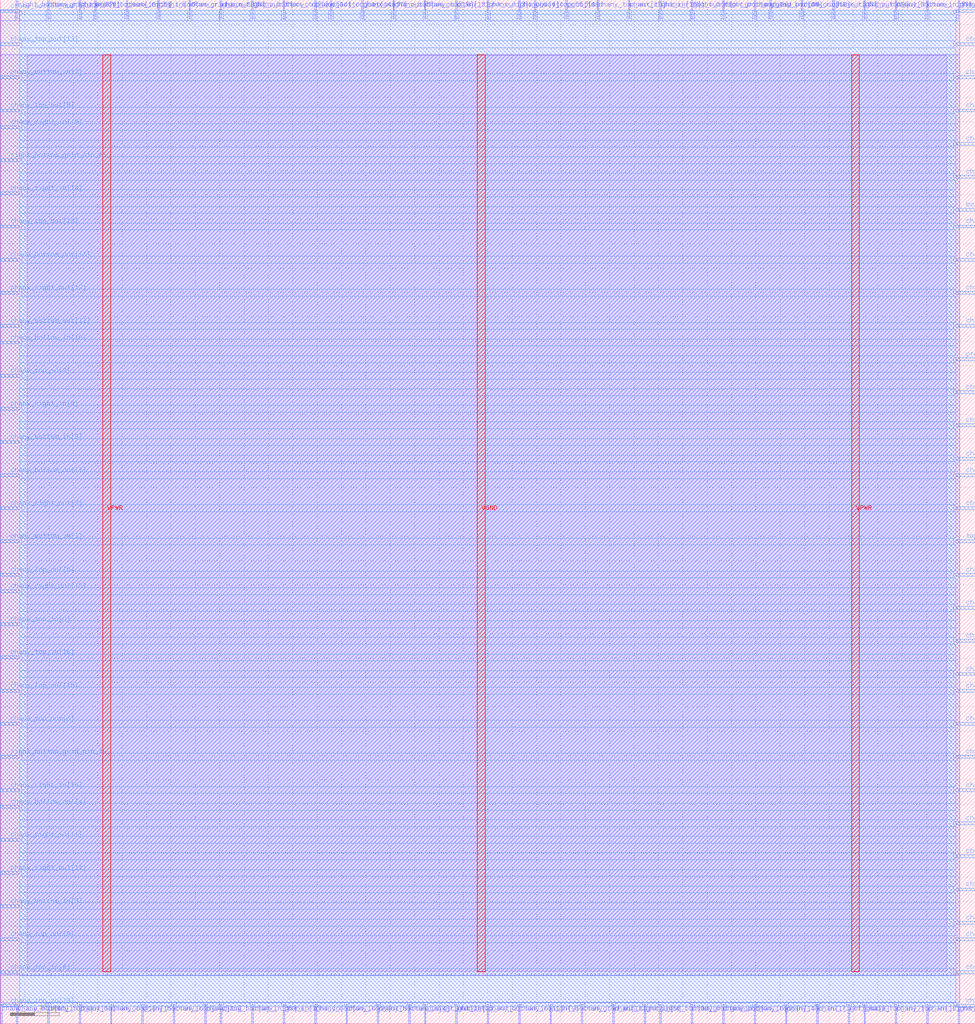
<source format=lef>
VERSION 5.7 ;
  NOWIREEXTENSIONATPIN ON ;
  DIVIDERCHAR "/" ;
  BUSBITCHARS "[]" ;
MACRO sb_0__1_
  CLASS BLOCK ;
  FOREIGN sb_0__1_ ;
  ORIGIN 0.000 0.000 ;
  SIZE 200.000 BY 210.000 ;
  PIN VGND
    DIRECTION INOUT ;
    USE GROUND ;
    PORT
      LAYER met4 ;
        RECT 97.840 10.640 99.440 198.800 ;
    END
  END VGND
  PIN VPWR
    DIRECTION INOUT ;
    USE POWER ;
    PORT
      LAYER met4 ;
        RECT 21.040 10.640 22.640 198.800 ;
    END
    PORT
      LAYER met4 ;
        RECT 174.640 10.640 176.240 198.800 ;
    END
  END VPWR
  PIN bottom_left_grid_pin_1_
    DIRECTION INPUT ;
    USE SIGNAL ;
    PORT
      LAYER met3 ;
        RECT 196.000 166.640 200.000 167.240 ;
    END
  END bottom_left_grid_pin_1_
  PIN ccff_head
    DIRECTION INPUT ;
    USE SIGNAL ;
    PORT
      LAYER met2 ;
        RECT 116.010 206.000 116.290 210.000 ;
    END
  END ccff_head
  PIN ccff_tail
    DIRECTION OUTPUT TRISTATE ;
    USE SIGNAL ;
    PORT
      LAYER met2 ;
        RECT 173.970 0.000 174.250 4.000 ;
    END
  END ccff_tail
  PIN chanx_right_in[0]
    DIRECTION INPUT ;
    USE SIGNAL ;
    PORT
      LAYER met3 ;
        RECT 196.000 3.440 200.000 4.040 ;
    END
  END chanx_right_in[0]
  PIN chanx_right_in[10]
    DIRECTION INPUT ;
    USE SIGNAL ;
    PORT
      LAYER met3 ;
        RECT 0.000 47.640 4.000 48.240 ;
    END
  END chanx_right_in[10]
  PIN chanx_right_in[11]
    DIRECTION INPUT ;
    USE SIGNAL ;
    PORT
      LAYER met3 ;
        RECT 0.000 37.440 4.000 38.040 ;
    END
  END chanx_right_in[11]
  PIN chanx_right_in[12]
    DIRECTION INPUT ;
    USE SIGNAL ;
    PORT
      LAYER met2 ;
        RECT 58.050 0.000 58.330 4.000 ;
    END
  END chanx_right_in[12]
  PIN chanx_right_in[13]
    DIRECTION INPUT ;
    USE SIGNAL ;
    PORT
      LAYER met3 ;
        RECT 196.000 193.840 200.000 194.440 ;
    END
  END chanx_right_in[13]
  PIN chanx_right_in[14]
    DIRECTION INPUT ;
    USE SIGNAL ;
    PORT
      LAYER met3 ;
        RECT 0.000 170.040 4.000 170.640 ;
    END
  END chanx_right_in[14]
  PIN chanx_right_in[15]
    DIRECTION INPUT ;
    USE SIGNAL ;
    PORT
      LAYER met2 ;
        RECT 128.890 206.000 129.170 210.000 ;
    END
  END chanx_right_in[15]
  PIN chanx_right_in[16]
    DIRECTION INPUT ;
    USE SIGNAL ;
    PORT
      LAYER met2 ;
        RECT 25.850 206.000 26.130 210.000 ;
    END
  END chanx_right_in[16]
  PIN chanx_right_in[17]
    DIRECTION INPUT ;
    USE SIGNAL ;
    PORT
      LAYER met3 ;
        RECT 196.000 61.240 200.000 61.840 ;
    END
  END chanx_right_in[17]
  PIN chanx_right_in[18]
    DIRECTION INPUT ;
    USE SIGNAL ;
    PORT
      LAYER met3 ;
        RECT 196.000 156.440 200.000 157.040 ;
    END
  END chanx_right_in[18]
  PIN chanx_right_in[19]
    DIRECTION INPUT ;
    USE SIGNAL ;
    PORT
      LAYER met3 ;
        RECT 0.000 183.640 4.000 184.240 ;
    END
  END chanx_right_in[19]
  PIN chanx_right_in[1]
    DIRECTION INPUT ;
    USE SIGNAL ;
    PORT
      LAYER met2 ;
        RECT 190.070 206.000 190.350 210.000 ;
    END
  END chanx_right_in[1]
  PIN chanx_right_in[2]
    DIRECTION INPUT ;
    USE SIGNAL ;
    PORT
      LAYER met2 ;
        RECT 87.030 0.000 87.310 4.000 ;
    END
  END chanx_right_in[2]
  PIN chanx_right_in[3]
    DIRECTION INPUT ;
    USE SIGNAL ;
    PORT
      LAYER met3 ;
        RECT 196.000 163.240 200.000 163.840 ;
    END
  END chanx_right_in[3]
  PIN chanx_right_in[4]
    DIRECTION INPUT ;
    USE SIGNAL ;
    PORT
      LAYER met2 ;
        RECT 51.610 0.000 51.890 4.000 ;
    END
  END chanx_right_in[4]
  PIN chanx_right_in[5]
    DIRECTION INPUT ;
    USE SIGNAL ;
    PORT
      LAYER met3 ;
        RECT 0.000 125.840 4.000 126.440 ;
    END
  END chanx_right_in[5]
  PIN chanx_right_in[6]
    DIRECTION INPUT ;
    USE SIGNAL ;
    PORT
      LAYER met3 ;
        RECT 196.000 78.240 200.000 78.840 ;
    END
  END chanx_right_in[6]
  PIN chanx_right_in[7]
    DIRECTION INPUT ;
    USE SIGNAL ;
    PORT
      LAYER met2 ;
        RECT 196.510 0.000 196.790 4.000 ;
    END
  END chanx_right_in[7]
  PIN chanx_right_in[8]
    DIRECTION INPUT ;
    USE SIGNAL ;
    PORT
      LAYER met3 ;
        RECT 196.000 20.440 200.000 21.040 ;
    END
  END chanx_right_in[8]
  PIN chanx_right_in[9]
    DIRECTION INPUT ;
    USE SIGNAL ;
    PORT
      LAYER met2 ;
        RECT 125.670 0.000 125.950 4.000 ;
    END
  END chanx_right_in[9]
  PIN chanx_right_out[0]
    DIRECTION OUTPUT TRISTATE ;
    USE SIGNAL ;
    PORT
      LAYER met2 ;
        RECT 45.170 206.000 45.450 210.000 ;
    END
  END chanx_right_out[0]
  PIN chanx_right_out[10]
    DIRECTION OUTPUT TRISTATE ;
    USE SIGNAL ;
    PORT
      LAYER met2 ;
        RECT 83.810 0.000 84.090 4.000 ;
    END
  END chanx_right_out[10]
  PIN chanx_right_out[11]
    DIRECTION OUTPUT TRISTATE ;
    USE SIGNAL ;
    PORT
      LAYER met2 ;
        RECT 190.070 0.000 190.350 4.000 ;
    END
  END chanx_right_out[11]
  PIN chanx_right_out[12]
    DIRECTION OUTPUT TRISTATE ;
    USE SIGNAL ;
    PORT
      LAYER met3 ;
        RECT 0.000 149.640 4.000 150.240 ;
    END
  END chanx_right_out[12]
  PIN chanx_right_out[13]
    DIRECTION OUTPUT TRISTATE ;
    USE SIGNAL ;
    PORT
      LAYER met2 ;
        RECT 164.310 206.000 164.590 210.000 ;
    END
  END chanx_right_out[13]
  PIN chanx_right_out[14]
    DIRECTION OUTPUT TRISTATE ;
    USE SIGNAL ;
    PORT
      LAYER met3 ;
        RECT 0.000 30.640 4.000 31.240 ;
    END
  END chanx_right_out[14]
  PIN chanx_right_out[15]
    DIRECTION OUTPUT TRISTATE ;
    USE SIGNAL ;
    PORT
      LAYER met3 ;
        RECT 0.000 88.440 4.000 89.040 ;
    END
  END chanx_right_out[15]
  PIN chanx_right_out[16]
    DIRECTION OUTPUT TRISTATE ;
    USE SIGNAL ;
    PORT
      LAYER met3 ;
        RECT 196.000 129.240 200.000 129.840 ;
    END
  END chanx_right_out[16]
  PIN chanx_right_out[17]
    DIRECTION OUTPUT TRISTATE ;
    USE SIGNAL ;
    PORT
      LAYER met2 ;
        RECT 67.710 206.000 67.990 210.000 ;
    END
  END chanx_right_out[17]
  PIN chanx_right_out[18]
    DIRECTION OUTPUT TRISTATE ;
    USE SIGNAL ;
    PORT
      LAYER met2 ;
        RECT 38.730 206.000 39.010 210.000 ;
    END
  END chanx_right_out[18]
  PIN chanx_right_out[19]
    DIRECTION OUTPUT TRISTATE ;
    USE SIGNAL ;
    PORT
      LAYER met2 ;
        RECT 170.750 206.000 171.030 210.000 ;
    END
  END chanx_right_out[19]
  PIN chanx_right_out[1]
    DIRECTION OUTPUT TRISTATE ;
    USE SIGNAL ;
    PORT
      LAYER met3 ;
        RECT 196.000 115.640 200.000 116.240 ;
    END
  END chanx_right_out[1]
  PIN chanx_right_out[2]
    DIRECTION OUTPUT TRISTATE ;
    USE SIGNAL ;
    PORT
      LAYER met3 ;
        RECT 196.000 122.440 200.000 123.040 ;
    END
  END chanx_right_out[2]
  PIN chanx_right_out[3]
    DIRECTION OUTPUT TRISTATE ;
    USE SIGNAL ;
    PORT
      LAYER met2 ;
        RECT 93.470 206.000 93.750 210.000 ;
    END
  END chanx_right_out[3]
  PIN chanx_right_out[4]
    DIRECTION OUTPUT TRISTATE ;
    USE SIGNAL ;
    PORT
      LAYER met2 ;
        RECT 99.910 206.000 100.190 210.000 ;
    END
  END chanx_right_out[4]
  PIN chanx_right_out[5]
    DIRECTION OUTPUT TRISTATE ;
    USE SIGNAL ;
    PORT
      LAYER met2 ;
        RECT 74.150 206.000 74.430 210.000 ;
    END
  END chanx_right_out[5]
  PIN chanx_right_out[6]
    DIRECTION OUTPUT TRISTATE ;
    USE SIGNAL ;
    PORT
      LAYER met2 ;
        RECT 135.330 206.000 135.610 210.000 ;
    END
  END chanx_right_out[6]
  PIN chanx_right_out[7]
    DIRECTION OUTPUT TRISTATE ;
    USE SIGNAL ;
    PORT
      LAYER met3 ;
        RECT 0.000 105.440 4.000 106.040 ;
    END
  END chanx_right_out[7]
  PIN chanx_right_out[8]
    DIRECTION OUTPUT TRISTATE ;
    USE SIGNAL ;
    PORT
      LAYER met2 ;
        RECT 9.750 206.000 10.030 210.000 ;
    END
  END chanx_right_out[8]
  PIN chanx_right_out[9]
    DIRECTION OUTPUT TRISTATE ;
    USE SIGNAL ;
    PORT
      LAYER met2 ;
        RECT 167.530 0.000 167.810 4.000 ;
    END
  END chanx_right_out[9]
  PIN chany_bottom_in[0]
    DIRECTION INPUT ;
    USE SIGNAL ;
    PORT
      LAYER met3 ;
        RECT 196.000 85.040 200.000 85.640 ;
    END
  END chany_bottom_in[0]
  PIN chany_bottom_in[10]
    DIRECTION INPUT ;
    USE SIGNAL ;
    PORT
      LAYER met2 ;
        RECT 64.490 0.000 64.770 4.000 ;
    END
  END chany_bottom_in[10]
  PIN chany_bottom_in[11]
    DIRECTION INPUT ;
    USE SIGNAL ;
    PORT
      LAYER met2 ;
        RECT 99.910 0.000 100.190 4.000 ;
    END
  END chany_bottom_in[11]
  PIN chany_bottom_in[12]
    DIRECTION INPUT ;
    USE SIGNAL ;
    PORT
      LAYER met3 ;
        RECT 196.000 54.440 200.000 55.040 ;
    END
  END chany_bottom_in[12]
  PIN chany_bottom_in[13]
    DIRECTION INPUT ;
    USE SIGNAL ;
    PORT
      LAYER met2 ;
        RECT 45.170 0.000 45.450 4.000 ;
    END
  END chany_bottom_in[13]
  PIN chany_bottom_in[14]
    DIRECTION INPUT ;
    USE SIGNAL ;
    PORT
      LAYER met2 ;
        RECT 3.310 0.000 3.590 4.000 ;
    END
  END chany_bottom_in[14]
  PIN chany_bottom_in[15]
    DIRECTION INPUT ;
    USE SIGNAL ;
    PORT
      LAYER met2 ;
        RECT 19.410 206.000 19.690 210.000 ;
    END
  END chany_bottom_in[15]
  PIN chany_bottom_in[16]
    DIRECTION INPUT ;
    USE SIGNAL ;
    PORT
      LAYER met2 ;
        RECT 148.210 0.000 148.490 4.000 ;
    END
  END chany_bottom_in[16]
  PIN chany_bottom_in[17]
    DIRECTION INPUT ;
    USE SIGNAL ;
    PORT
      LAYER met2 ;
        RECT 183.630 206.000 183.910 210.000 ;
    END
  END chany_bottom_in[17]
  PIN chany_bottom_in[18]
    DIRECTION INPUT ;
    USE SIGNAL ;
    PORT
      LAYER met3 ;
        RECT 0.000 139.440 4.000 140.040 ;
    END
  END chany_bottom_in[18]
  PIN chany_bottom_in[19]
    DIRECTION INPUT ;
    USE SIGNAL ;
    PORT
      LAYER met3 ;
        RECT 196.000 207.440 200.000 208.040 ;
    END
  END chany_bottom_in[19]
  PIN chany_bottom_in[1]
    DIRECTION INPUT ;
    USE SIGNAL ;
    PORT
      LAYER met2 ;
        RECT 141.770 0.000 142.050 4.000 ;
    END
  END chany_bottom_in[1]
  PIN chany_bottom_in[2]
    DIRECTION INPUT ;
    USE SIGNAL ;
    PORT
      LAYER met3 ;
        RECT 196.000 149.640 200.000 150.240 ;
    END
  END chany_bottom_in[2]
  PIN chany_bottom_in[3]
    DIRECTION INPUT ;
    USE SIGNAL ;
    PORT
      LAYER met3 ;
        RECT 0.000 98.640 4.000 99.240 ;
    END
  END chany_bottom_in[3]
  PIN chany_bottom_in[4]
    DIRECTION INPUT ;
    USE SIGNAL ;
    PORT
      LAYER met2 ;
        RECT 77.370 0.000 77.650 4.000 ;
    END
  END chany_bottom_in[4]
  PIN chany_bottom_in[5]
    DIRECTION INPUT ;
    USE SIGNAL ;
    PORT
      LAYER met2 ;
        RECT 29.070 0.000 29.350 4.000 ;
    END
  END chany_bottom_in[5]
  PIN chany_bottom_in[6]
    DIRECTION INPUT ;
    USE SIGNAL ;
    PORT
      LAYER met2 ;
        RECT 196.510 206.000 196.790 210.000 ;
    END
  END chany_bottom_in[6]
  PIN chany_bottom_in[7]
    DIRECTION INPUT ;
    USE SIGNAL ;
    PORT
      LAYER met3 ;
        RECT 0.000 193.840 4.000 194.440 ;
    END
  END chany_bottom_in[7]
  PIN chany_bottom_in[8]
    DIRECTION INPUT ;
    USE SIGNAL ;
    PORT
      LAYER met3 ;
        RECT 0.000 23.840 4.000 24.440 ;
    END
  END chany_bottom_in[8]
  PIN chany_bottom_in[9]
    DIRECTION INPUT ;
    USE SIGNAL ;
    PORT
      LAYER met3 ;
        RECT 0.000 119.040 4.000 119.640 ;
    END
  END chany_bottom_in[9]
  PIN chany_bottom_out[0]
    DIRECTION OUTPUT TRISTATE ;
    USE SIGNAL ;
    PORT
      LAYER met2 ;
        RECT 51.610 206.000 51.890 210.000 ;
    END
  END chany_bottom_out[0]
  PIN chany_bottom_out[10]
    DIRECTION OUTPUT TRISTATE ;
    USE SIGNAL ;
    PORT
      LAYER met2 ;
        RECT 106.350 206.000 106.630 210.000 ;
    END
  END chany_bottom_out[10]
  PIN chany_bottom_out[11]
    DIRECTION OUTPUT TRISTATE ;
    USE SIGNAL ;
    PORT
      LAYER met3 ;
        RECT 0.000 142.840 4.000 143.440 ;
    END
  END chany_bottom_out[11]
  PIN chany_bottom_out[12]
    DIRECTION OUTPUT TRISTATE ;
    USE SIGNAL ;
    PORT
      LAYER met2 ;
        RECT 157.870 206.000 158.150 210.000 ;
    END
  END chany_bottom_out[12]
  PIN chany_bottom_out[13]
    DIRECTION OUTPUT TRISTATE ;
    USE SIGNAL ;
    PORT
      LAYER met2 ;
        RECT 16.190 206.000 16.470 210.000 ;
    END
  END chany_bottom_out[13]
  PIN chany_bottom_out[14]
    DIRECTION OUTPUT TRISTATE ;
    USE SIGNAL ;
    PORT
      LAYER met2 ;
        RECT 64.490 206.000 64.770 210.000 ;
    END
  END chany_bottom_out[14]
  PIN chany_bottom_out[15]
    DIRECTION OUTPUT TRISTATE ;
    USE SIGNAL ;
    PORT
      LAYER met2 ;
        RECT 80.590 206.000 80.870 210.000 ;
    END
  END chany_bottom_out[15]
  PIN chany_bottom_out[16]
    DIRECTION OUTPUT TRISTATE ;
    USE SIGNAL ;
    PORT
      LAYER met3 ;
        RECT 0.000 156.440 4.000 157.040 ;
    END
  END chany_bottom_out[16]
  PIN chany_bottom_out[17]
    DIRECTION OUTPUT TRISTATE ;
    USE SIGNAL ;
    PORT
      LAYER met3 ;
        RECT 196.000 91.840 200.000 92.440 ;
    END
  END chany_bottom_out[17]
  PIN chany_bottom_out[18]
    DIRECTION OUTPUT TRISTATE ;
    USE SIGNAL ;
    PORT
      LAYER met3 ;
        RECT 196.000 68.040 200.000 68.640 ;
    END
  END chany_bottom_out[18]
  PIN chany_bottom_out[19]
    DIRECTION OUTPUT TRISTATE ;
    USE SIGNAL ;
    PORT
      LAYER met3 ;
        RECT 196.000 187.040 200.000 187.640 ;
    END
  END chany_bottom_out[19]
  PIN chany_bottom_out[1]
    DIRECTION OUTPUT TRISTATE ;
    USE SIGNAL ;
    PORT
      LAYER met2 ;
        RECT 16.190 0.000 16.470 4.000 ;
    END
  END chany_bottom_out[1]
  PIN chany_bottom_out[2]
    DIRECTION OUTPUT TRISTATE ;
    USE SIGNAL ;
    PORT
      LAYER met3 ;
        RECT 196.000 10.240 200.000 10.840 ;
    END
  END chany_bottom_out[2]
  PIN chany_bottom_out[3]
    DIRECTION OUTPUT TRISTATE ;
    USE SIGNAL ;
    PORT
      LAYER met3 ;
        RECT 196.000 71.440 200.000 72.040 ;
    END
  END chany_bottom_out[3]
  PIN chany_bottom_out[4]
    DIRECTION OUTPUT TRISTATE ;
    USE SIGNAL ;
    PORT
      LAYER met3 ;
        RECT 0.000 44.240 4.000 44.840 ;
    END
  END chany_bottom_out[4]
  PIN chany_bottom_out[5]
    DIRECTION OUTPUT TRISTATE ;
    USE SIGNAL ;
    PORT
      LAYER met3 ;
        RECT 196.000 40.840 200.000 41.440 ;
    END
  END chany_bottom_out[5]
  PIN chany_bottom_out[6]
    DIRECTION OUTPUT TRISTATE ;
    USE SIGNAL ;
    PORT
      LAYER met3 ;
        RECT 0.000 207.440 4.000 208.040 ;
    END
  END chany_bottom_out[6]
  PIN chany_bottom_out[7]
    DIRECTION OUTPUT TRISTATE ;
    USE SIGNAL ;
    PORT
      LAYER met3 ;
        RECT 0.000 112.240 4.000 112.840 ;
    END
  END chany_bottom_out[7]
  PIN chany_bottom_out[8]
    DIRECTION OUTPUT TRISTATE ;
    USE SIGNAL ;
    PORT
      LAYER met3 ;
        RECT 196.000 105.440 200.000 106.040 ;
    END
  END chany_bottom_out[8]
  PIN chany_bottom_out[9]
    DIRECTION OUTPUT TRISTATE ;
    USE SIGNAL ;
    PORT
      LAYER met3 ;
        RECT 196.000 200.640 200.000 201.240 ;
    END
  END chany_bottom_out[9]
  PIN chany_top_in[0]
    DIRECTION INPUT ;
    USE SIGNAL ;
    PORT
      LAYER met3 ;
        RECT 0.000 81.640 4.000 82.240 ;
    END
  END chany_top_in[0]
  PIN chany_top_in[10]
    DIRECTION INPUT ;
    USE SIGNAL ;
    PORT
      LAYER met3 ;
        RECT 196.000 27.240 200.000 27.840 ;
    END
  END chany_top_in[10]
  PIN chany_top_in[11]
    DIRECTION INPUT ;
    USE SIGNAL ;
    PORT
      LAYER met2 ;
        RECT 119.230 0.000 119.510 4.000 ;
    END
  END chany_top_in[11]
  PIN chany_top_in[12]
    DIRECTION INPUT ;
    USE SIGNAL ;
    PORT
      LAYER met2 ;
        RECT 183.630 0.000 183.910 4.000 ;
    END
  END chany_top_in[12]
  PIN chany_top_in[13]
    DIRECTION INPUT ;
    USE SIGNAL ;
    PORT
      LAYER met2 ;
        RECT 87.030 206.000 87.310 210.000 ;
    END
  END chany_top_in[13]
  PIN chany_top_in[14]
    DIRECTION INPUT ;
    USE SIGNAL ;
    PORT
      LAYER met2 ;
        RECT 154.650 0.000 154.930 4.000 ;
    END
  END chany_top_in[14]
  PIN chany_top_in[15]
    DIRECTION INPUT ;
    USE SIGNAL ;
    PORT
      LAYER met2 ;
        RECT 22.630 0.000 22.910 4.000 ;
    END
  END chany_top_in[15]
  PIN chany_top_in[16]
    DIRECTION INPUT ;
    USE SIGNAL ;
    PORT
      LAYER met3 ;
        RECT 0.000 74.840 4.000 75.440 ;
    END
  END chany_top_in[16]
  PIN chany_top_in[17]
    DIRECTION INPUT ;
    USE SIGNAL ;
    PORT
      LAYER met3 ;
        RECT 196.000 17.040 200.000 17.640 ;
    END
  END chany_top_in[17]
  PIN chany_top_in[18]
    DIRECTION INPUT ;
    USE SIGNAL ;
    PORT
      LAYER met3 ;
        RECT 196.000 142.840 200.000 143.440 ;
    END
  END chany_top_in[18]
  PIN chany_top_in[19]
    DIRECTION INPUT ;
    USE SIGNAL ;
    PORT
      LAYER met3 ;
        RECT 0.000 3.440 4.000 4.040 ;
    END
  END chany_top_in[19]
  PIN chany_top_in[1]
    DIRECTION INPUT ;
    USE SIGNAL ;
    PORT
      LAYER met2 ;
        RECT 161.090 0.000 161.370 4.000 ;
    END
  END chany_top_in[1]
  PIN chany_top_in[2]
    DIRECTION INPUT ;
    USE SIGNAL ;
    PORT
      LAYER met3 ;
        RECT 0.000 132.640 4.000 133.240 ;
    END
  END chany_top_in[2]
  PIN chany_top_in[3]
    DIRECTION INPUT ;
    USE SIGNAL ;
    PORT
      LAYER met3 ;
        RECT 196.000 47.640 200.000 48.240 ;
    END
  END chany_top_in[3]
  PIN chany_top_in[4]
    DIRECTION INPUT ;
    USE SIGNAL ;
    PORT
      LAYER met3 ;
        RECT 0.000 10.240 4.000 10.840 ;
    END
  END chany_top_in[4]
  PIN chany_top_in[5]
    DIRECTION INPUT ;
    USE SIGNAL ;
    PORT
      LAYER met3 ;
        RECT 196.000 112.240 200.000 112.840 ;
    END
  END chany_top_in[5]
  PIN chany_top_in[6]
    DIRECTION INPUT ;
    USE SIGNAL ;
    PORT
      LAYER met3 ;
        RECT 196.000 173.440 200.000 174.040 ;
    END
  END chany_top_in[6]
  PIN chany_top_in[7]
    DIRECTION INPUT ;
    USE SIGNAL ;
    PORT
      LAYER met2 ;
        RECT 177.190 0.000 177.470 4.000 ;
    END
  END chany_top_in[7]
  PIN chany_top_in[8]
    DIRECTION INPUT ;
    USE SIGNAL ;
    PORT
      LAYER met3 ;
        RECT 196.000 180.240 200.000 180.840 ;
    END
  END chany_top_in[8]
  PIN chany_top_in[9]
    DIRECTION INPUT ;
    USE SIGNAL ;
    PORT
      LAYER met2 ;
        RECT 106.350 0.000 106.630 4.000 ;
    END
  END chany_top_in[9]
  PIN chany_top_out[0]
    DIRECTION OUTPUT TRISTATE ;
    USE SIGNAL ;
    PORT
      LAYER met3 ;
        RECT 0.000 91.840 4.000 92.440 ;
    END
  END chany_top_out[0]
  PIN chany_top_out[10]
    DIRECTION OUTPUT TRISTATE ;
    USE SIGNAL ;
    PORT
      LAYER met3 ;
        RECT 0.000 68.040 4.000 68.640 ;
    END
  END chany_top_out[10]
  PIN chany_top_out[11]
    DIRECTION OUTPUT TRISTATE ;
    USE SIGNAL ;
    PORT
      LAYER met2 ;
        RECT 0.090 0.000 0.370 4.000 ;
    END
  END chany_top_out[11]
  PIN chany_top_out[12]
    DIRECTION OUTPUT TRISTATE ;
    USE SIGNAL ;
    PORT
      LAYER met2 ;
        RECT 132.110 0.000 132.390 4.000 ;
    END
  END chany_top_out[12]
  PIN chany_top_out[13]
    DIRECTION OUTPUT TRISTATE ;
    USE SIGNAL ;
    PORT
      LAYER met3 ;
        RECT 0.000 200.640 4.000 201.240 ;
    END
  END chany_top_out[13]
  PIN chany_top_out[14]
    DIRECTION OUTPUT TRISTATE ;
    USE SIGNAL ;
    PORT
      LAYER met2 ;
        RECT 58.050 206.000 58.330 210.000 ;
    END
  END chany_top_out[14]
  PIN chany_top_out[15]
    DIRECTION OUTPUT TRISTATE ;
    USE SIGNAL ;
    PORT
      LAYER met2 ;
        RECT 122.450 206.000 122.730 210.000 ;
    END
  END chany_top_out[15]
  PIN chany_top_out[16]
    DIRECTION OUTPUT TRISTATE ;
    USE SIGNAL ;
    PORT
      LAYER met3 ;
        RECT 0.000 163.240 4.000 163.840 ;
    END
  END chany_top_out[16]
  PIN chany_top_out[17]
    DIRECTION OUTPUT TRISTATE ;
    USE SIGNAL ;
    PORT
      LAYER met2 ;
        RECT 35.510 0.000 35.790 4.000 ;
    END
  END chany_top_out[17]
  PIN chany_top_out[18]
    DIRECTION OUTPUT TRISTATE ;
    USE SIGNAL ;
    PORT
      LAYER met2 ;
        RECT 9.750 0.000 10.030 4.000 ;
    END
  END chany_top_out[18]
  PIN chany_top_out[19]
    DIRECTION OUTPUT TRISTATE ;
    USE SIGNAL ;
    PORT
      LAYER met2 ;
        RECT 154.650 206.000 154.930 210.000 ;
    END
  END chany_top_out[19]
  PIN chany_top_out[1]
    DIRECTION OUTPUT TRISTATE ;
    USE SIGNAL ;
    PORT
      LAYER met2 ;
        RECT 109.570 206.000 109.850 210.000 ;
    END
  END chany_top_out[1]
  PIN chany_top_out[2]
    DIRECTION OUTPUT TRISTATE ;
    USE SIGNAL ;
    PORT
      LAYER met2 ;
        RECT 93.470 0.000 93.750 4.000 ;
    END
  END chany_top_out[2]
  PIN chany_top_out[3]
    DIRECTION OUTPUT TRISTATE ;
    USE SIGNAL ;
    PORT
      LAYER met2 ;
        RECT 177.190 206.000 177.470 210.000 ;
    END
  END chany_top_out[3]
  PIN chany_top_out[4]
    DIRECTION OUTPUT TRISTATE ;
    USE SIGNAL ;
    PORT
      LAYER met3 ;
        RECT 196.000 34.040 200.000 34.640 ;
    END
  END chany_top_out[4]
  PIN chany_top_out[5]
    DIRECTION OUTPUT TRISTATE ;
    USE SIGNAL ;
    PORT
      LAYER met3 ;
        RECT 0.000 187.040 4.000 187.640 ;
    END
  END chany_top_out[5]
  PIN chany_top_out[6]
    DIRECTION OUTPUT TRISTATE ;
    USE SIGNAL ;
    PORT
      LAYER met3 ;
        RECT 0.000 61.240 4.000 61.840 ;
    END
  END chany_top_out[6]
  PIN chany_top_out[7]
    DIRECTION OUTPUT TRISTATE ;
    USE SIGNAL ;
    PORT
      LAYER met2 ;
        RECT 41.950 0.000 42.230 4.000 ;
    END
  END chany_top_out[7]
  PIN chany_top_out[8]
    DIRECTION OUTPUT TRISTATE ;
    USE SIGNAL ;
    PORT
      LAYER met2 ;
        RECT 70.930 0.000 71.210 4.000 ;
    END
  END chany_top_out[8]
  PIN chany_top_out[9]
    DIRECTION OUTPUT TRISTATE ;
    USE SIGNAL ;
    PORT
      LAYER met3 ;
        RECT 0.000 17.040 4.000 17.640 ;
    END
  END chany_top_out[9]
  PIN prog_clk_0_E_in
    DIRECTION INPUT ;
    USE SIGNAL ;
    PORT
      LAYER met3 ;
        RECT 196.000 136.040 200.000 136.640 ;
    END
  END prog_clk_0_E_in
  PIN right_bottom_grid_pin_34_
    DIRECTION INPUT ;
    USE SIGNAL ;
    PORT
      LAYER met2 ;
        RECT 112.790 0.000 113.070 4.000 ;
    END
  END right_bottom_grid_pin_34_
  PIN right_bottom_grid_pin_35_
    DIRECTION INPUT ;
    USE SIGNAL ;
    PORT
      LAYER met2 ;
        RECT 148.210 206.000 148.490 210.000 ;
    END
  END right_bottom_grid_pin_35_
  PIN right_bottom_grid_pin_36_
    DIRECTION INPUT ;
    USE SIGNAL ;
    PORT
      LAYER met2 ;
        RECT 141.770 206.000 142.050 210.000 ;
    END
  END right_bottom_grid_pin_36_
  PIN right_bottom_grid_pin_37_
    DIRECTION INPUT ;
    USE SIGNAL ;
    PORT
      LAYER met2 ;
        RECT 3.310 206.000 3.590 210.000 ;
    END
  END right_bottom_grid_pin_37_
  PIN right_bottom_grid_pin_38_
    DIRECTION INPUT ;
    USE SIGNAL ;
    PORT
      LAYER met2 ;
        RECT 32.290 206.000 32.570 210.000 ;
    END
  END right_bottom_grid_pin_38_
  PIN right_bottom_grid_pin_39_
    DIRECTION INPUT ;
    USE SIGNAL ;
    PORT
      LAYER met2 ;
        RECT 135.330 0.000 135.610 4.000 ;
    END
  END right_bottom_grid_pin_39_
  PIN right_bottom_grid_pin_40_
    DIRECTION INPUT ;
    USE SIGNAL ;
    PORT
      LAYER met3 ;
        RECT 0.000 54.440 4.000 55.040 ;
    END
  END right_bottom_grid_pin_40_
  PIN right_bottom_grid_pin_41_
    DIRECTION INPUT ;
    USE SIGNAL ;
    PORT
      LAYER met3 ;
        RECT 0.000 176.840 4.000 177.440 ;
    END
  END right_bottom_grid_pin_41_
  PIN top_left_grid_pin_1_
    DIRECTION INPUT ;
    USE SIGNAL ;
    PORT
      LAYER met3 ;
        RECT 196.000 98.640 200.000 99.240 ;
    END
  END top_left_grid_pin_1_
  OBS
      LAYER li1 ;
        RECT 5.520 10.795 194.120 198.645 ;
      LAYER met1 ;
        RECT 0.070 9.900 196.810 198.800 ;
      LAYER met2 ;
        RECT 0.100 205.720 3.030 207.925 ;
        RECT 3.870 205.720 9.470 207.925 ;
        RECT 10.310 205.720 15.910 207.925 ;
        RECT 16.750 205.720 19.130 207.925 ;
        RECT 19.970 205.720 25.570 207.925 ;
        RECT 26.410 205.720 32.010 207.925 ;
        RECT 32.850 205.720 38.450 207.925 ;
        RECT 39.290 205.720 44.890 207.925 ;
        RECT 45.730 205.720 51.330 207.925 ;
        RECT 52.170 205.720 57.770 207.925 ;
        RECT 58.610 205.720 64.210 207.925 ;
        RECT 65.050 205.720 67.430 207.925 ;
        RECT 68.270 205.720 73.870 207.925 ;
        RECT 74.710 205.720 80.310 207.925 ;
        RECT 81.150 205.720 86.750 207.925 ;
        RECT 87.590 205.720 93.190 207.925 ;
        RECT 94.030 205.720 99.630 207.925 ;
        RECT 100.470 205.720 106.070 207.925 ;
        RECT 106.910 205.720 109.290 207.925 ;
        RECT 110.130 205.720 115.730 207.925 ;
        RECT 116.570 205.720 122.170 207.925 ;
        RECT 123.010 205.720 128.610 207.925 ;
        RECT 129.450 205.720 135.050 207.925 ;
        RECT 135.890 205.720 141.490 207.925 ;
        RECT 142.330 205.720 147.930 207.925 ;
        RECT 148.770 205.720 154.370 207.925 ;
        RECT 155.210 205.720 157.590 207.925 ;
        RECT 158.430 205.720 164.030 207.925 ;
        RECT 164.870 205.720 170.470 207.925 ;
        RECT 171.310 205.720 176.910 207.925 ;
        RECT 177.750 205.720 183.350 207.925 ;
        RECT 184.190 205.720 189.790 207.925 ;
        RECT 190.630 205.720 196.230 207.925 ;
        RECT 0.100 4.280 196.780 205.720 ;
        RECT 0.650 3.555 3.030 4.280 ;
        RECT 3.870 3.555 9.470 4.280 ;
        RECT 10.310 3.555 15.910 4.280 ;
        RECT 16.750 3.555 22.350 4.280 ;
        RECT 23.190 3.555 28.790 4.280 ;
        RECT 29.630 3.555 35.230 4.280 ;
        RECT 36.070 3.555 41.670 4.280 ;
        RECT 42.510 3.555 44.890 4.280 ;
        RECT 45.730 3.555 51.330 4.280 ;
        RECT 52.170 3.555 57.770 4.280 ;
        RECT 58.610 3.555 64.210 4.280 ;
        RECT 65.050 3.555 70.650 4.280 ;
        RECT 71.490 3.555 77.090 4.280 ;
        RECT 77.930 3.555 83.530 4.280 ;
        RECT 84.370 3.555 86.750 4.280 ;
        RECT 87.590 3.555 93.190 4.280 ;
        RECT 94.030 3.555 99.630 4.280 ;
        RECT 100.470 3.555 106.070 4.280 ;
        RECT 106.910 3.555 112.510 4.280 ;
        RECT 113.350 3.555 118.950 4.280 ;
        RECT 119.790 3.555 125.390 4.280 ;
        RECT 126.230 3.555 131.830 4.280 ;
        RECT 132.670 3.555 135.050 4.280 ;
        RECT 135.890 3.555 141.490 4.280 ;
        RECT 142.330 3.555 147.930 4.280 ;
        RECT 148.770 3.555 154.370 4.280 ;
        RECT 155.210 3.555 160.810 4.280 ;
        RECT 161.650 3.555 167.250 4.280 ;
        RECT 168.090 3.555 173.690 4.280 ;
        RECT 174.530 3.555 176.910 4.280 ;
        RECT 177.750 3.555 183.350 4.280 ;
        RECT 184.190 3.555 189.790 4.280 ;
        RECT 190.630 3.555 196.230 4.280 ;
      LAYER met3 ;
        RECT 4.400 207.040 195.600 207.905 ;
        RECT 4.000 201.640 196.000 207.040 ;
        RECT 4.400 200.240 195.600 201.640 ;
        RECT 4.000 194.840 196.000 200.240 ;
        RECT 4.400 193.440 195.600 194.840 ;
        RECT 4.000 188.040 196.000 193.440 ;
        RECT 4.400 186.640 195.600 188.040 ;
        RECT 4.000 184.640 196.000 186.640 ;
        RECT 4.400 183.240 196.000 184.640 ;
        RECT 4.000 181.240 196.000 183.240 ;
        RECT 4.000 179.840 195.600 181.240 ;
        RECT 4.000 177.840 196.000 179.840 ;
        RECT 4.400 176.440 196.000 177.840 ;
        RECT 4.000 174.440 196.000 176.440 ;
        RECT 4.000 173.040 195.600 174.440 ;
        RECT 4.000 171.040 196.000 173.040 ;
        RECT 4.400 169.640 196.000 171.040 ;
        RECT 4.000 167.640 196.000 169.640 ;
        RECT 4.000 166.240 195.600 167.640 ;
        RECT 4.000 164.240 196.000 166.240 ;
        RECT 4.400 162.840 195.600 164.240 ;
        RECT 4.000 157.440 196.000 162.840 ;
        RECT 4.400 156.040 195.600 157.440 ;
        RECT 4.000 150.640 196.000 156.040 ;
        RECT 4.400 149.240 195.600 150.640 ;
        RECT 4.000 143.840 196.000 149.240 ;
        RECT 4.400 142.440 195.600 143.840 ;
        RECT 4.000 140.440 196.000 142.440 ;
        RECT 4.400 139.040 196.000 140.440 ;
        RECT 4.000 137.040 196.000 139.040 ;
        RECT 4.000 135.640 195.600 137.040 ;
        RECT 4.000 133.640 196.000 135.640 ;
        RECT 4.400 132.240 196.000 133.640 ;
        RECT 4.000 130.240 196.000 132.240 ;
        RECT 4.000 128.840 195.600 130.240 ;
        RECT 4.000 126.840 196.000 128.840 ;
        RECT 4.400 125.440 196.000 126.840 ;
        RECT 4.000 123.440 196.000 125.440 ;
        RECT 4.000 122.040 195.600 123.440 ;
        RECT 4.000 120.040 196.000 122.040 ;
        RECT 4.400 118.640 196.000 120.040 ;
        RECT 4.000 116.640 196.000 118.640 ;
        RECT 4.000 115.240 195.600 116.640 ;
        RECT 4.000 113.240 196.000 115.240 ;
        RECT 4.400 111.840 195.600 113.240 ;
        RECT 4.000 106.440 196.000 111.840 ;
        RECT 4.400 105.040 195.600 106.440 ;
        RECT 4.000 99.640 196.000 105.040 ;
        RECT 4.400 98.240 195.600 99.640 ;
        RECT 4.000 92.840 196.000 98.240 ;
        RECT 4.400 91.440 195.600 92.840 ;
        RECT 4.000 89.440 196.000 91.440 ;
        RECT 4.400 88.040 196.000 89.440 ;
        RECT 4.000 86.040 196.000 88.040 ;
        RECT 4.000 84.640 195.600 86.040 ;
        RECT 4.000 82.640 196.000 84.640 ;
        RECT 4.400 81.240 196.000 82.640 ;
        RECT 4.000 79.240 196.000 81.240 ;
        RECT 4.000 77.840 195.600 79.240 ;
        RECT 4.000 75.840 196.000 77.840 ;
        RECT 4.400 74.440 196.000 75.840 ;
        RECT 4.000 72.440 196.000 74.440 ;
        RECT 4.000 71.040 195.600 72.440 ;
        RECT 4.000 69.040 196.000 71.040 ;
        RECT 4.400 67.640 195.600 69.040 ;
        RECT 4.000 62.240 196.000 67.640 ;
        RECT 4.400 60.840 195.600 62.240 ;
        RECT 4.000 55.440 196.000 60.840 ;
        RECT 4.400 54.040 195.600 55.440 ;
        RECT 4.000 48.640 196.000 54.040 ;
        RECT 4.400 47.240 195.600 48.640 ;
        RECT 4.000 45.240 196.000 47.240 ;
        RECT 4.400 43.840 196.000 45.240 ;
        RECT 4.000 41.840 196.000 43.840 ;
        RECT 4.000 40.440 195.600 41.840 ;
        RECT 4.000 38.440 196.000 40.440 ;
        RECT 4.400 37.040 196.000 38.440 ;
        RECT 4.000 35.040 196.000 37.040 ;
        RECT 4.000 33.640 195.600 35.040 ;
        RECT 4.000 31.640 196.000 33.640 ;
        RECT 4.400 30.240 196.000 31.640 ;
        RECT 4.000 28.240 196.000 30.240 ;
        RECT 4.000 26.840 195.600 28.240 ;
        RECT 4.000 24.840 196.000 26.840 ;
        RECT 4.400 23.440 196.000 24.840 ;
        RECT 4.000 21.440 196.000 23.440 ;
        RECT 4.000 20.040 195.600 21.440 ;
        RECT 4.000 18.040 196.000 20.040 ;
        RECT 4.400 16.640 195.600 18.040 ;
        RECT 4.000 11.240 196.000 16.640 ;
        RECT 4.400 9.840 195.600 11.240 ;
        RECT 4.000 4.440 196.000 9.840 ;
        RECT 4.400 3.575 195.600 4.440 ;
  END
END sb_0__1_
END LIBRARY


</source>
